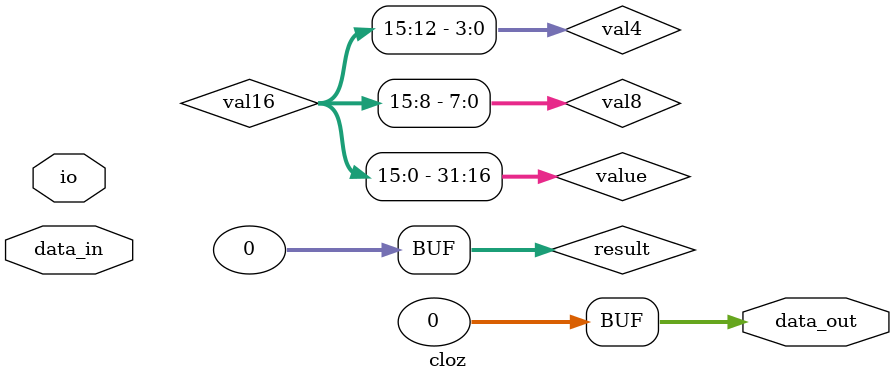
<source format=v>


module cloz(/*AUTOARG*/
    //Inputs
    data_in, io, 

    //Outputs
    data_out);
    input  [31:0]  data_in;
    input          io;

    output [31:0]  data_out;
    /* 
    reg    [31:0]  v, c, data_out;
    always @* begin
        if (io == 1)
            v = ~(data_in ^ (data_in - 1));
        else 
            v = data_in ^ (data_in - 1);
       
        for (c=0; v; c=c+1)
            v = v>>1;
        data_out = c;
    end
    */
    wire    [31:0]  result = 32'b0;
    wire    [31:0]  value;
    wire    [15:0]  val16;
    wire    [7:0]   val8;
    wire    [3:0]   val4;
    assign  value = io ? ~data_in : data_in;
    assign  result[4] = (value[31:16] == 16'b0);
    assign  val16     = result[4] ? value[15:0] : value[31:16];
    assign  result[3] = (val16[15:8] == 8'b0);
    assign  val8      = result[3] ? val16[7:0] : val16[15:8];
    assign  result[2] = (val8[7:4] == 4'b0);
    assign  val4      = result[2] ? val8[3:0] : val8[7:4];
    assign  result[1] = (val4[3:2] == 2'b0);
    assign  result[0] = result[1] ? ~val4[1] : ~val4[3];
    
    assign  data_out = result;
endmodule

</source>
